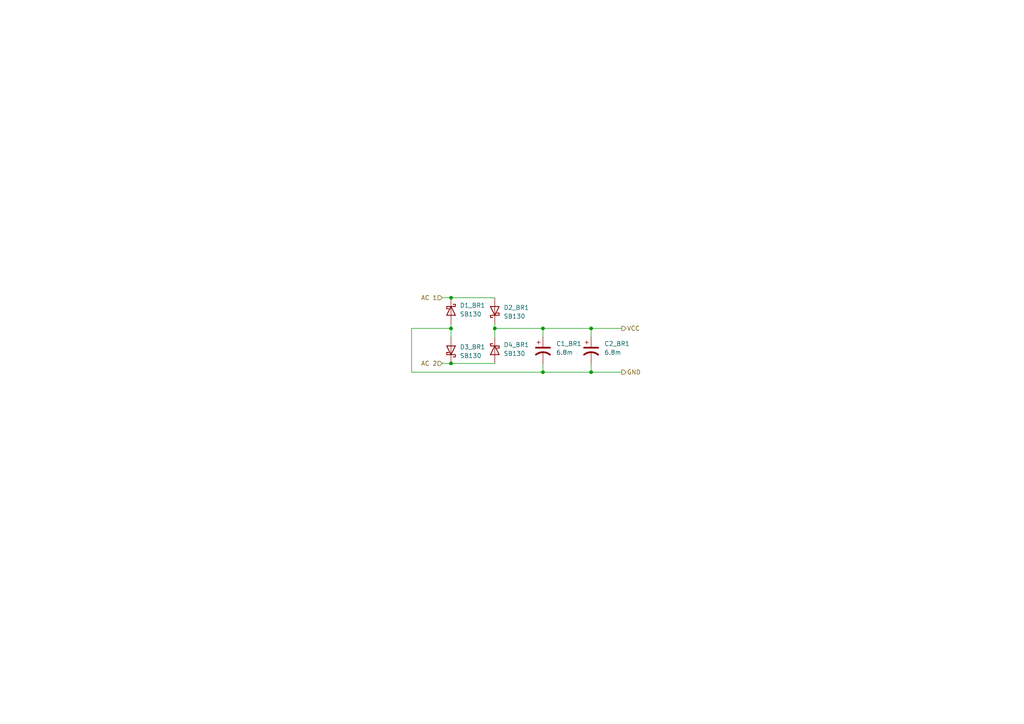
<source format=kicad_sch>
(kicad_sch (version 20211123) (generator eeschema)
  (paper "A4")
  (title_block (title "Bridge Recifier") (date "2022-08-29") (rev "2") (company "George Mason University") (comment 2 "smooth out the ripple to give a constant DC voltage.") (comment 3 "transformer into a DC voltage. Two 6.8mF capacitiors are used to") (comment 4 "The bridge rectifier is used to turn the AC output of the"))
  (lib_symbols
    (symbol "Device:C_Polarized_US" (pin_numbers hide) (pin_names (offset 0.254) hide)
      (property "Reference" "C" (at 0.635 2.54 0))
      (property "Value" "C_Polarized_US" (at 0.635 -2.54 0))
      (symbol "C_Polarized_US_0_1"
        (polyline (pts (xy -2.032 0.762) (xy 2.032 0.762)) (stroke (width 0.508)))
        (polyline (pts (xy -1.778 2.286) (xy -0.762 2.286)))
        (polyline (pts (xy -1.27 1.778) (xy -1.27 2.794)))
        (arc (start 2.032 -1.27) (mid 0 -0.5572) (end -2.032 -1.27) (stroke (width 0.508)))
      )
      (symbol "C_Polarized_US_1_1"
        (pin passive line (at 0 3.81 270) (length 2.794) (name "~") (number "1"))
        (pin passive line (at 0 -3.81 90) (length 3.302) (name "~") (number "2"))
      )
    )
    (symbol "Diode:SB130" (pin_numbers hide) (pin_names (offset 1.016) hide)
      (property "Reference" "D" (at 0 2.54 0))
      (property "Value" "SB130" (at 0 -2.54 0))
      (symbol "SB130_0_1"
        (polyline (pts (xy 1.27 0) (xy -1.27 0)))
        (polyline (pts (xy 1.27 1.27) (xy 1.27 -1.27) (xy -1.27 0) (xy 1.27 1.27)) (stroke (width 0.254)))
        (polyline (pts (xy -1.905 0.635) (xy -1.905 1.27) (xy -1.27 1.27) (xy -1.27 -1.27) (xy -0.635 -1.27) (xy -0.635 -0.635)) (stroke (width 0.254)))
      )
      (symbol "SB130_1_1"
        (pin passive line (at -3.81 0 0) (length 2.54) (name "K") (number "1"))
        (pin passive line (at 3.81 0 180) (length 2.54) (name "A") (number "2"))
      )
    )
  )
  (junction (at 143.51 95.25))
  (junction (at 130.81 86.36))
  (junction (at 157.48 107.95))
  (junction (at 171.45 95.25))
  (junction (at 130.81 95.25))
  (junction (at 171.45 107.95))
  (junction (at 157.48 95.25))
  (junction (at 130.81 105.41))
  (wire (pts (xy 157.48 107.95) (xy 157.48 105.41)))
  (wire (pts (xy 157.48 107.95) (xy 171.45 107.95)))
  (wire (pts (xy 130.81 95.25) (xy 130.81 97.79)))
  (wire (pts (xy 130.81 93.98) (xy 130.81 95.25)))
  (wire (pts (xy 130.81 105.41) (xy 143.51 105.41)))
  (wire (pts (xy 171.45 105.41) (xy 171.45 107.95)))
  (wire (pts (xy 157.48 97.79) (xy 157.48 95.25)))
  (wire (pts (xy 143.51 93.98) (xy 143.51 95.25)))
  (wire (pts (xy 119.38 107.95) (xy 157.48 107.95)))
  (wire (pts (xy 171.45 107.95) (xy 180.34 107.95)))
  (wire (pts (xy 130.81 86.36) (xy 143.51 86.36)))
  (wire (pts (xy 143.51 95.25) (xy 157.48 95.25)))
  (wire (pts (xy 157.48 95.25) (xy 171.45 95.25)))
  (wire (pts (xy 128.27 105.41) (xy 130.81 105.41)))
  (wire (pts (xy 128.27 86.36) (xy 130.81 86.36)))
  (wire (pts (xy 171.45 95.25) (xy 180.34 95.25)))
  (wire (pts (xy 119.38 95.25) (xy 130.81 95.25)))
  (wire (pts (xy 119.38 107.95) (xy 119.38 95.25)))
  (wire (pts (xy 171.45 97.79) (xy 171.45 95.25)))
  (wire (pts (xy 143.51 95.25) (xy 143.51 97.79)))
  (hierarchical_label "AC 1" (shape input) (at 128.27 86.36 180))
  (hierarchical_label "VCC" (shape output) (at 180.34 95.25 0))
  (hierarchical_label "AC 2" (shape input) (at 128.27 105.41 180))
  (hierarchical_label "GND" (shape output) (at 180.34 107.95 0))
  (symbol (lib_id "Device:C_Polarized_US") (at 171.45 101.6 0) (unit 1)
    (property "Reference" "C2_BR1" (at 175.26 99.6949 0) (effects (justify left)))
    (property "Value" "6.8m" (at 175.26 102.2349 0) (effects (justify left)))
    (property "Footprint" "Capacitor_THT:CP_Radial_D18.0mm_P7.50mm" (effects hide))
  )
  (symbol (lib_id "Device:C_Polarized_US") (at 157.48 101.6 0) (unit 1)
    (property "Reference" "C1_BR1" (at 161.29 99.6949 0) (effects (justify left)))
    (property "Value" "6.8m" (at 161.29 102.2349 0) (effects (justify left)))
    (property "Footprint" "Capacitor_THT:CP_Radial_D18.0mm_P7.50mm" (effects hide))
  )
  (symbol (lib_id "Diode:SB130") (at 130.81 101.6 270) (mirror x) (unit 1)
    (property "Reference" "D3_BR1" (at 133.35 100.6474 90) (effects (justify left)))
    (property "Value" "SB130" (at 133.35 103.1874 90) (effects (justify left)))
    (property "Footprint" "Diode_THT:D_DO-41_SOD81_P10.16mm_Horizontal" (effects hide))
    (property "Datasheet" "http://www.diodes.com/_files/datasheets/ds23022.pdf" (effects hide))
  )
  (symbol (lib_id "Diode:SB130") (at 143.51 90.17 90) (unit 1)
    (property "Reference" "D2_BR1" (at 146.05 89.2174 90) (effects (justify right)))
    (property "Value" "SB130" (at 146.05 91.7574 90) (effects (justify right)))
    (property "Footprint" "Diode_THT:D_DO-41_SOD81_P10.16mm_Horizontal" (effects hide))
    (property "Datasheet" "http://www.diodes.com/_files/datasheets/ds23022.pdf" (effects hide))
  )
  (symbol (lib_id "Diode:SB130") (at 130.81 90.17 270) (unit 1)
    (property "Reference" "D1_BR1" (at 133.35 88.5824 90) (effects (justify left)))
    (property "Value" "SB130" (at 133.35 91.1224 90) (effects (justify left)))
    (property "Footprint" "Diode_THT:D_DO-41_SOD81_P10.16mm_Horizontal" (effects hide))
    (property "Datasheet" "http://www.diodes.com/_files/datasheets/ds23022.pdf" (effects hide))
  )
  (symbol (lib_id "Diode:SB130") (at 143.51 101.6 90) (mirror x) (unit 1)
    (property "Reference" "D4_BR1" (at 146.05 100.0124 90) (effects (justify right)))
    (property "Value" "SB130" (at 146.05 102.5524 90) (effects (justify right)))
    (property "Footprint" "Diode_THT:D_DO-41_SOD81_P10.16mm_Horizontal" (effects hide))
    (property "Datasheet" "http://www.diodes.com/_files/datasheets/ds23022.pdf" (effects hide))
  )
)
</source>
